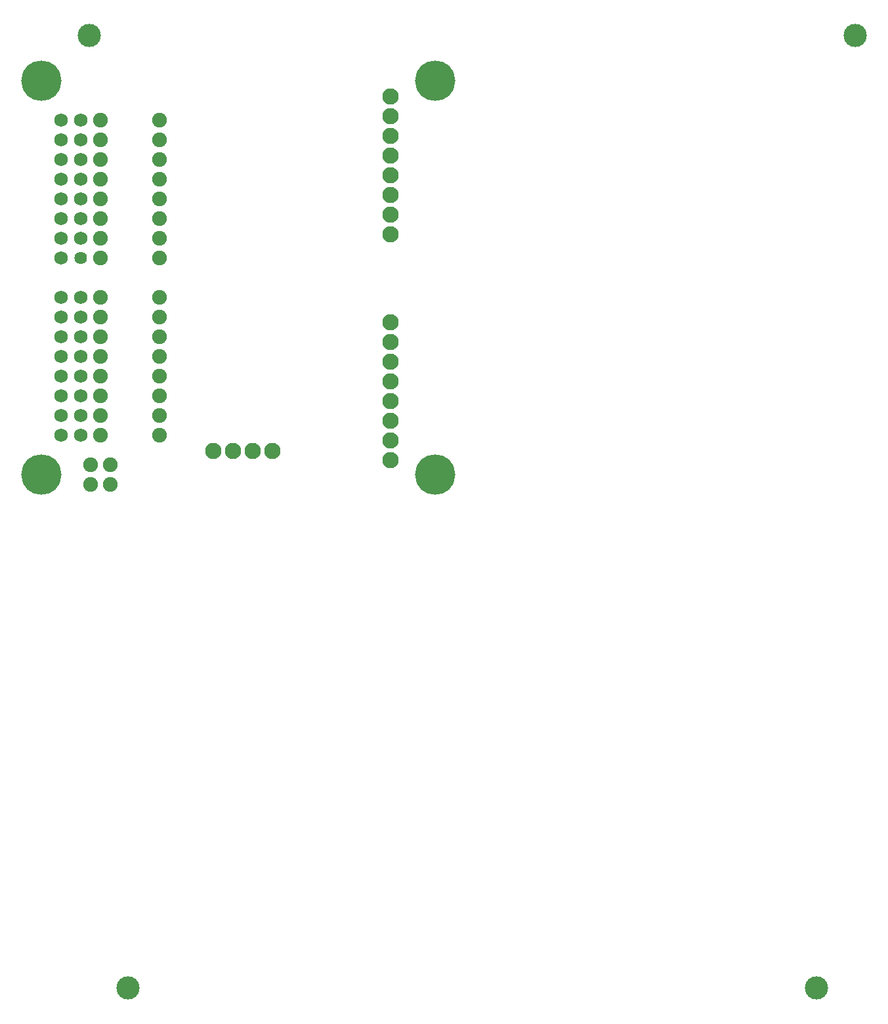
<source format=gbs>
G04 Layer: BottomSolderMaskLayer*
G04 Panelize: V-CUT, Column: 2, Row: 2, Board Size: 58.42mm x 58.42mm, Panelized Board Size: 118.84mm x 118.84mm*
G04 EasyEDA v6.5.34, 2023-09-05 23:35:40*
G04 bcb9dca7cd424f9e9e9865ef008c09cf,5a6b42c53f6a479593ecc07194224c93,10*
G04 Gerber Generator version 0.2*
G04 Scale: 100 percent, Rotated: No, Reflected: No *
G04 Dimensions in millimeters *
G04 leading zeros omitted , absolute positions ,4 integer and 5 decimal *
%FSLAX45Y45*%
%MOMM*%

%ADD10C,1.9016*%
%ADD11C,5.2032*%
%ADD12C,2.1016*%
%ADD13C,1.7272*%
%ADD14C,1.6256*%
%ADD15C,3.0000*%

%LPD*%
D10*
G01*
X1905000Y4953000D03*
G01*
X1905000Y4699000D03*
G01*
X1905000Y4445000D03*
G01*
X1905000Y4191000D03*
G01*
X1905000Y3937000D03*
G01*
X1905000Y3683000D03*
G01*
X1905000Y3429000D03*
G01*
X1905000Y3175000D03*
G01*
X1143000Y4953000D03*
G01*
X1143000Y4699000D03*
G01*
X1143000Y4445000D03*
G01*
X1143000Y4191000D03*
G01*
X1143000Y3937000D03*
G01*
X1143000Y3683000D03*
G01*
X1143000Y3429000D03*
G01*
X1143000Y3175000D03*
G01*
X1905000Y2667000D03*
G01*
X1905000Y2413000D03*
G01*
X1905000Y2159000D03*
G01*
X1905000Y1905000D03*
G01*
X1905000Y1651000D03*
G01*
X1905000Y1397000D03*
G01*
X1905000Y1143000D03*
G01*
X1905000Y889000D03*
G01*
X1143000Y2667000D03*
G01*
X1143000Y2413000D03*
G01*
X1143000Y2159000D03*
G01*
X1143000Y1905000D03*
G01*
X1143000Y1651000D03*
G01*
X1143000Y1397000D03*
G01*
X1143000Y1143000D03*
G01*
X1143000Y889000D03*
D11*
G01*
X5461000Y381000D03*
G01*
X381000Y381000D03*
G01*
X381000Y5461000D03*
G01*
X5461000Y5461000D03*
D12*
G01*
X4885893Y5255895D03*
G01*
X4885893Y5001895D03*
G01*
X4885893Y4747895D03*
G01*
X4885893Y4493895D03*
G01*
X4885893Y4239895D03*
G01*
X4885893Y3985895D03*
G01*
X4885893Y3731895D03*
G01*
X4885893Y3477895D03*
G01*
X4885918Y569595D03*
G01*
X4885918Y823595D03*
G01*
X4885918Y1077595D03*
G01*
X4885918Y1331595D03*
G01*
X4885918Y1585595D03*
G01*
X4885918Y1839595D03*
G01*
X4885918Y2093595D03*
G01*
X4885918Y2347595D03*
D13*
G01*
X635000Y4953000D03*
G01*
X889000Y4953000D03*
G01*
X635000Y4699000D03*
G01*
X889000Y4699000D03*
G01*
X889000Y4191000D03*
G01*
X635000Y4191000D03*
G01*
X889000Y4445000D03*
G01*
X635000Y4445000D03*
G01*
X635000Y3429000D03*
G01*
X889000Y3429000D03*
G01*
X635000Y3175000D03*
D14*
G01*
X889000Y3175000D03*
D13*
G01*
X889000Y3683000D03*
G01*
X635000Y3683000D03*
G01*
X889000Y3937000D03*
G01*
X635000Y3937000D03*
G01*
X635000Y1651000D03*
G01*
X889000Y1651000D03*
G01*
X635000Y1397000D03*
G01*
X889000Y1397000D03*
G01*
X889000Y889000D03*
G01*
X635000Y889000D03*
G01*
X889000Y1143000D03*
G01*
X635000Y1143000D03*
G01*
X635000Y2159000D03*
G01*
X889000Y2159000D03*
G01*
X635000Y1905000D03*
G01*
X889000Y1905000D03*
G01*
X889000Y2413000D03*
G01*
X635000Y2413000D03*
G01*
X889000Y2667000D03*
G01*
X635000Y2667000D03*
D10*
G01*
X1016000Y254000D03*
G01*
X1016000Y508000D03*
G01*
X1270000Y508000D03*
G01*
X1270000Y254000D03*
D12*
G01*
X3111500Y685800D03*
G01*
X2857500Y685800D03*
G01*
X2603500Y685800D03*
G01*
X3365500Y685800D03*
D15*
G01*
X999997Y6041999D03*
G01*
X10884001Y6041999D03*
G01*
X1499996Y-6241999D03*
G01*
X10384002Y-6241999D03*
M02*

</source>
